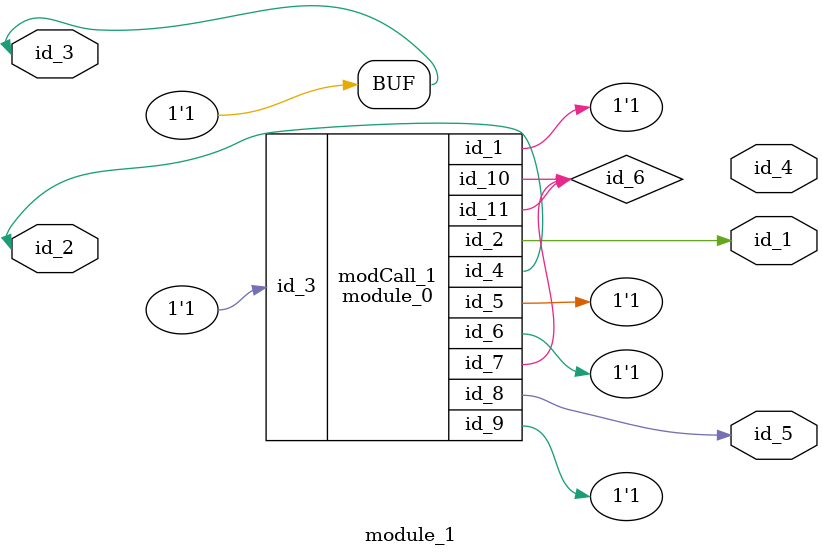
<source format=v>
module module_0 (
    id_1,
    id_2,
    id_3,
    id_4,
    id_5,
    id_6,
    id_7,
    id_8,
    id_9,
    id_10,
    id_11
);
  inout wire id_11;
  inout wire id_10;
  output wire id_9;
  output wire id_8;
  inout wire id_7;
  inout wire id_6;
  inout wire id_5;
  inout wire id_4;
  input wire id_3;
  output wire id_2;
  inout wire id_1;
  wire id_12;
  assign module_1.id_3 = 0;
endmodule
module module_1 (
    id_1,
    id_2,
    id_3,
    id_4,
    id_5
);
  output wire id_5;
  output wire id_4;
  inout wire id_3;
  inout wire id_2;
  output wire id_1;
  always id_3 = 1;
  wire id_6;
  module_0 modCall_1 (
      id_3,
      id_1,
      id_3,
      id_2,
      id_3,
      id_3,
      id_6,
      id_5,
      id_3,
      id_6,
      id_6
  );
  wire id_7;
endmodule

</source>
